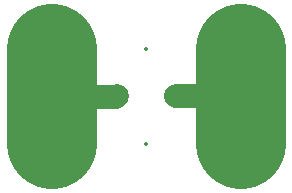
<source format=gbl>
%TF.GenerationSoftware,KiCad,Pcbnew,4.0.5-e0-6337~49~ubuntu16.04.1*%
%TF.CreationDate,2017-01-18T23:04:43-08:00*%
%TF.ProjectId,2x3-Speaker-TH-5mm-Pitch,3278332D537065616B65722D54482D35,1.0*%
%TF.FileFunction,Copper,L2,Bot,Signal*%
%FSLAX46Y46*%
G04 Gerber Fmt 4.6, Leading zero omitted, Abs format (unit mm)*
G04 Created by KiCad (PCBNEW 4.0.5-e0-6337~49~ubuntu16.04.1) date Wed Jan 18 23:04:43 2017*
%MOMM*%
%LPD*%
G01*
G04 APERTURE LIST*
%ADD10C,0.350000*%
%ADD11C,2.000000*%
%ADD12C,7.600000*%
%ADD13C,2.000000*%
%ADD14C,6.000000*%
%ADD15C,0.350000*%
G04 APERTURE END LIST*
D10*
D11*
X135500000Y-98260000D02*
X130750000Y-98260000D01*
D12*
X130050000Y-94235000D02*
X130050000Y-102235000D01*
X146050000Y-94235000D02*
X146050000Y-102235000D01*
D11*
X145325000Y-98210000D02*
X140575000Y-98210000D01*
D13*
X135550000Y-98235000D03*
X140550000Y-98235000D03*
D14*
X130050000Y-102235000D03*
X146050000Y-102235000D03*
X146050000Y-94235000D03*
X130050000Y-94235000D03*
D15*
X135550000Y-98235000D03*
X140550000Y-98235000D03*
X130050000Y-102235000D03*
X146050000Y-102235000D03*
X146050000Y-94235000D03*
X130050000Y-94235000D03*
X138050000Y-94235000D03*
X138050000Y-102235000D03*
M02*

</source>
